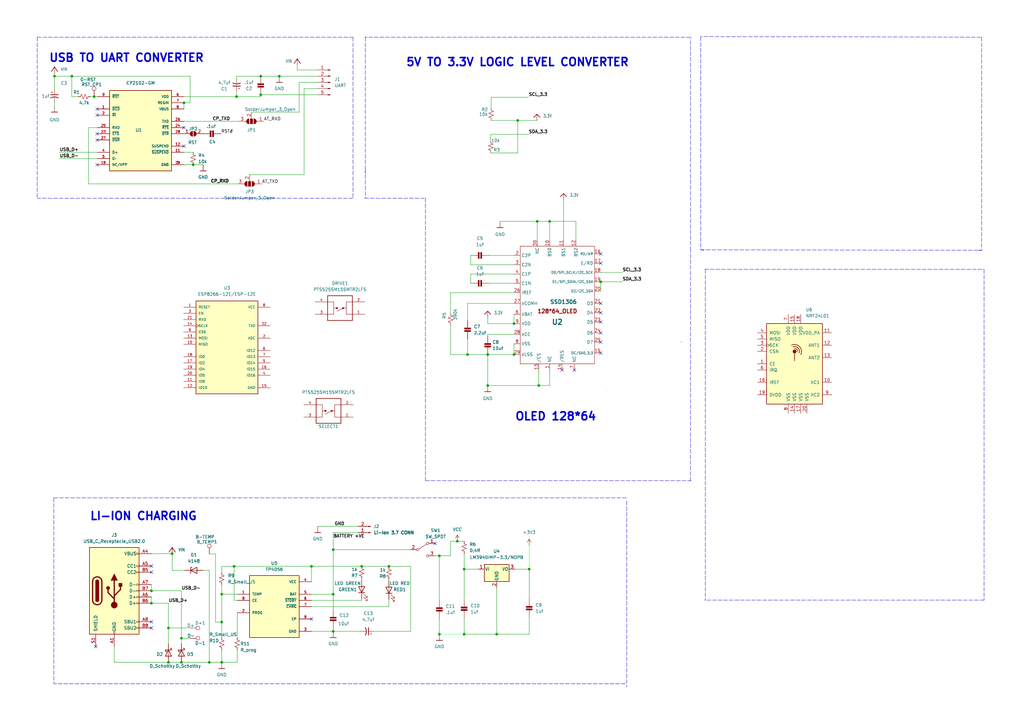
<source format=kicad_sch>
(kicad_sch (version 20211123) (generator eeschema)
  (paper "A3")
  (title_block (title "P-ECG") (date "2022-05-27") (rev "REV 2") (company "GROUP 5") (comment 1 "Designer: Arun jyothish"))
  (lib_symbols
    (symbol "Adafruit OLED 128x32 Mono I2C-eagle-import:3.3V" (power)
      (property "Value" "3.3V" (at -1.524 3.556 0))
      (symbol "3.3V_1_0"
        (pin power_in line (at 0 0 90) (length 2.54) (name "3.3V") (number "1"))
      )
    )
    (symbol "Adafruit OLED 128x32 Mono I2C-eagle-import:CAP_CERAMIC0402"
      (property "Reference" "C" (at 2.54 2.54 0))
      (property "Value" "CAP_CERAMIC0402" (at 2.54 0 0))
      (symbol "CAP_CERAMIC0402_1_0"
        (pin passive line (at 0 5.08 270) (length 2.54) (name "P$1") (number "1"))
        (pin passive line (at 0 -2.54 90) (length 2.54) (name "P$2") (number "2"))
      )
    )
    (symbol "Adafruit OLED 128x32 Mono I2C-eagle-import:CAP_CERAMIC0805-NOTHERMALS"
      (property "Reference" "C" (at 2.54 2.54 0))
      (property "Value" "CAP_CERAMIC0805-NOTHERMALS" (at 2.54 0 0))
      (symbol "CAP_CERAMIC0805-NOTHERMALS_1_0"
        (pin passive line (at 0 5.08 270) (length 2.54) (name "P$1") (number "1"))
        (pin passive line (at 0 -2.54 90) (length 2.54) (name "P$2") (number "2"))
      )
    )
    (symbol "Adafruit OLED 128x32 Mono I2C-eagle-import:GND" (power)
      (property "Value" "GND" (at -1.524 -2.54 0))
      (symbol "GND_1_0"
        (pin power_in line (at 0 2.54 270) (length 2.54) (name "GND") (number "1"))
      )
    )
    (symbol "Adafruit OLED 128x32 Mono I2C-eagle-import:VIN" (power)
      (property "Value" "VIN" (at -1.524 3.556 0))
      (symbol "VIN_1_0"
        (pin power_in line (at 0 0 90) (length 2.54) (name "VIN") (number "1"))
      )
    )
    (symbol "CP2102-GM:CP2102-GM" (pin_names (offset 1.016))
      (property "Reference" "U" (at -12.954 18.3642 0))
      (property "Value" "CP2102-GM" (at -13.1318 -17.3228 0))
      (symbol "CP2102-GM_0_0"
        (pin input line (at -17.78 10.16 0) (length 5.08) (name "~{DCD}") (number "1"))
        (pin output line (at 17.78 -7.62 180) (length 5.08) (name "~{SUSPEND}") (number "11"))
        (pin output line (at 17.78 -5.08 180) (length 5.08) (name "SUSPEND") (number "12"))
        (pin bidirectional line (at -17.78 -12.7 0) (length 5.08) (name "NC/VPP") (number "18"))
        (pin input line (at -17.78 7.62 0) (length 5.08) (name "~{RI}") (number "2"))
        (pin input line (at -17.78 0 0) (length 5.08) (name "~{CTS}") (number "23"))
        (pin output line (at 17.78 2.54 180) (length 5.08) (name "~{RTS}") (number "24"))
        (pin input line (at -17.78 2.54 0) (length 5.08) (name "RXD") (number "25"))
        (pin output line (at 17.78 5.08 180) (length 5.08) (name "TXD") (number "26"))
        (pin input line (at -17.78 -2.54 0) (length 5.08) (name "~{DSR}") (number "27"))
        (pin output line (at 17.78 0 180) (length 5.08) (name "~{DTR}") (number "28"))
        (pin power_in line (at 17.78 -12.7 180) (length 5.08) (name "GND") (number "29"))
        (pin power_in line (at 17.78 -12.7 180) (length 5.08) (name "GND") (number "3"))
        (pin bidirectional line (at -17.78 -7.62 0) (length 5.08) (name "D+") (number "4"))
        (pin bidirectional line (at -17.78 -10.16 0) (length 5.08) (name "D–") (number "5"))
        (pin power_in line (at 17.78 15.24 180) (length 5.08) (name "VDD") (number "6"))
        (pin power_in line (at 17.78 12.7 180) (length 5.08) (name "REGIN") (number "7"))
        (pin power_in line (at 17.78 10.16 180) (length 5.08) (name "VBUS") (number "8"))
        (pin bidirectional line (at -17.78 15.24 0) (length 5.08) (name "~{RST}") (number "9"))
      )
    )
    (symbol "Connector:Conn_01x02_Male" (pin_names (offset 1.016) hide)
      (property "Reference" "J" (at 0 2.54 0))
      (property "Value" "Conn_01x02_Male" (at 0 -5.08 0))
      (symbol "Conn_01x02_Male_1_1"
        (pin passive line (at 5.08 0 180) (length 3.81) (name "Pin_1") (number "1"))
        (pin passive line (at 5.08 -2.54 180) (length 3.81) (name "Pin_2") (number "2"))
      )
    )
    (symbol "Connector:Conn_01x05_Male" (pin_names (offset 1.016) hide)
      (property "Reference" "J" (at 0 7.62 0))
      (property "Value" "Conn_01x05_Male" (at 0 -7.62 0))
      (symbol "Conn_01x05_Male_1_1"
        (pin passive line (at 5.08 5.08 180) (length 3.81) (name "Pin_1") (number "1"))
        (pin passive line (at 5.08 2.54 180) (length 3.81) (name "Pin_2") (number "2"))
        (pin passive line (at 5.08 0 180) (length 3.81) (name "Pin_3") (number "3"))
        (pin passive line (at 5.08 -2.54 180) (length 3.81) (name "Pin_4") (number "4"))
        (pin passive line (at 5.08 -5.08 180) (length 3.81) (name "Pin_5") (number "5"))
      )
    )
    (symbol "Connector:TestPoint" (pin_numbers hide) (pin_names (offset 0.762) hide)
      (property "Reference" "TP" (at 0 6.858 0))
      (property "Value" "TestPoint" (at 0 5.08 0))
      (symbol "TestPoint_1_1"
        (pin passive line (at 0 0 90) (length 2.54) (name "1") (number "1"))
      )
    )
    (symbol "Connector:USB_C_Receptacle_USB2.0" (pin_names (offset 1.016))
      (property "Reference" "J" (at -10.16 19.05 0))
      (property "Value" "USB_C_Receptacle_USB2.0" (at 19.05 19.05 0))
      (symbol "USB_C_Receptacle_USB2.0_1_1"
        (pin passive line (at 0 -22.86 90) (length 5.08) (name "GND") (number "A1"))
        (pin passive line (at 0 -22.86 90) (length 5.08) hide (name "GND") (number "A12"))
        (pin passive line (at 15.24 15.24 180) (length 5.08) (name "VBUS") (number "A4"))
        (pin bidirectional line (at 15.24 10.16 180) (length 5.08) (name "CC1") (number "A5"))
        (pin bidirectional line (at 15.24 -2.54 180) (length 5.08) (name "D+") (number "A6"))
        (pin bidirectional line (at 15.24 2.54 180) (length 5.08) (name "D-") (number "A7"))
        (pin bidirectional line (at 15.24 -12.7 180) (length 5.08) (name "SBU1") (number "A8"))
        (pin passive line (at 15.24 15.24 180) (length 5.08) hide (name "VBUS") (number "A9"))
        (pin passive line (at 0 -22.86 90) (length 5.08) hide (name "GND") (number "B1"))
        (pin passive line (at 0 -22.86 90) (length 5.08) hide (name "GND") (number "B12"))
        (pin passive line (at 15.24 15.24 180) (length 5.08) hide (name "VBUS") (number "B4"))
        (pin bidirectional line (at 15.24 7.62 180) (length 5.08) (name "CC2") (number "B5"))
        (pin bidirectional line (at 15.24 -5.08 180) (length 5.08) (name "D+") (number "B6"))
        (pin bidirectional line (at 15.24 0 180) (length 5.08) (name "D-") (number "B7"))
        (pin bidirectional line (at 15.24 -15.24 180) (length 5.08) (name "SBU2") (number "B8"))
        (pin passive line (at 15.24 15.24 180) (length 5.08) hide (name "VBUS") (number "B9"))
        (pin passive line (at -7.62 -22.86 90) (length 5.08) (name "SHIELD") (number "S1"))
      )
    )
    (symbol "Device:C_Polarized_Small_US" (pin_numbers hide) (pin_names (offset 0.254) hide)
      (property "Reference" "C" (at 0.254 1.778 0))
      (property "Value" "C_Polarized_Small_US" (at 0.254 -2.032 0))
      (symbol "C_Polarized_Small_US_1_1"
        (pin passive line (at 0 2.54 270) (length 2.032) (name "~") (number "1"))
        (pin passive line (at 0 -2.54 90) (length 2.032) (name "~") (number "2"))
      )
    )
    (symbol "Device:D_Schottky" (pin_numbers hide) (pin_names (offset 1.016) hide)
      (property "Reference" "D" (at 0 2.54 0))
      (property "Value" "D_Schottky" (at 0 -2.54 0))
      (symbol "D_Schottky_1_1"
        (pin passive line (at -3.81 0 0) (length 2.54) (name "K") (number "1"))
        (pin passive line (at 3.81 0 180) (length 2.54) (name "A") (number "2"))
      )
    )
    (symbol "Device:D_Zener" (pin_numbers hide) (pin_names (offset 1.016) hide)
      (property "Reference" "D" (at 0 2.54 0))
      (property "Value" "D_Zener" (at 0 -2.54 0))
      (symbol "D_Zener_1_1"
        (pin passive line (at -3.81 0 0) (length 2.54) (name "K") (number "1"))
        (pin passive line (at 3.81 0 180) (length 2.54) (name "A") (number "2"))
      )
    )
    (symbol "Device:LED" (pin_numbers hide) (pin_names (offset 1.016) hide)
      (property "Reference" "D" (at 0 2.54 0))
      (property "Value" "LED" (at 0 -2.54 0))
      (symbol "LED_1_1"
        (pin passive line (at -3.81 0 0) (length 2.54) (name "K") (number "1"))
        (pin passive line (at 3.81 0 180) (length 2.54) (name "A") (number "2"))
      )
    )
    (symbol "Device:R_Small_US" (pin_numbers hide) (pin_names (offset 0.254) hide)
      (property "Reference" "R" (at 0.762 0.508 0))
      (property "Value" "R_Small_US" (at 0.762 -1.016 0))
      (symbol "R_Small_US_1_1"
        (pin passive line (at 0 2.54 270) (length 1.016) (name "~") (number "1"))
        (pin passive line (at 0 -2.54 90) (length 1.016) (name "~") (number "2"))
      )
    )
    (symbol "ESP8266 SYM:ESP8266-12E{slash}ESP-12E" (pin_names (offset 1.016))
      (property "Reference" "U" (at -12.7254 18.3134 0))
      (property "Value" "ESP8266-12E{slash}ESP-12E" (at -12.7 -23.3934 0))
      (symbol "ESP8266-12E{slash}ESP-12E_0_0"
        (pin input line (at -17.78 15.24 0) (length 5.08) (name "RESET") (number "1"))
        (pin bidirectional line (at -17.78 0 0) (length 5.08) (name "MISO") (number "10"))
        (pin bidirectional line (at -17.78 -15.24 0) (length 5.08) (name "IO9") (number "11"))
        (pin bidirectional line (at -17.78 -17.78 0) (length 5.08) (name "IO10") (number "12"))
        (pin bidirectional line (at -17.78 2.54 0) (length 5.08) (name "MOSI") (number "13"))
        (pin input clock (at -17.78 7.62 0) (length 5.08) (name "SCLK") (number "14"))
        (pin power_in line (at 17.78 -17.78 180) (length 5.08) (name "GND") (number "15"))
        (pin bidirectional line (at 17.78 -10.16 180) (length 5.08) (name "IO15") (number "16"))
        (pin bidirectional line (at -17.78 -7.62 0) (length 5.08) (name "IO2") (number "17"))
        (pin bidirectional line (at -17.78 -5.08 0) (length 5.08) (name "IO0") (number "18"))
        (pin bidirectional line (at -17.78 -10.16 0) (length 5.08) (name "IO4") (number "19"))
        (pin passive line (at 17.78 2.54 180) (length 5.08) (name "ADC") (number "2"))
        (pin bidirectional line (at -17.78 -12.7 0) (length 5.08) (name "IO5") (number "20"))
        (pin input line (at -17.78 10.16 0) (length 5.08) (name "RXD") (number "21"))
        (pin output line (at 17.78 7.62 180) (length 5.08) (name "TXD") (number "22"))
        (pin input line (at -17.78 12.7 0) (length 5.08) (name "EN") (number "3"))
        (pin bidirectional line (at 17.78 -12.7 180) (length 5.08) (name "IO16") (number "4"))
        (pin bidirectional line (at 17.78 -7.62 180) (length 5.08) (name "IO14") (number "5"))
        (pin bidirectional line (at 17.78 -2.54 180) (length 5.08) (name "IO12") (number "6"))
        (pin bidirectional line (at 17.78 -5.08 180) (length 5.08) (name "IO13") (number "7"))
        (pin power_in line (at 17.78 15.24 180) (length 5.08) (name "VCC") (number "8"))
        (pin input line (at -17.78 5.08 0) (length 5.08) (name "CS0") (number "9"))
      )
    )
    (symbol "Jumper:SolderJumper_2_Open" (pin_names (offset 0) hide)
      (property "Reference" "JP" (at 0 2.032 0))
      (property "Value" "SolderJumper_2_Open" (at 0 -2.54 0))
      (symbol "SolderJumper_2_Open_1_1"
        (pin passive line (at -3.81 0 0) (length 2.54) (name "A") (number "1"))
        (pin passive line (at 3.81 0 180) (length 2.54) (name "B") (number "2"))
      )
    )
    (symbol "Jumper:SolderJumper_3_Open" (pin_names (offset 0) hide)
      (property "Reference" "JP" (at -2.54 -2.54 0))
      (property "Value" "SolderJumper_3_Open" (at 0 2.794 0))
      (symbol "SolderJumper_3_Open_1_1"
        (pin passive line (at -5.08 0 0) (length 2.54) (name "A") (number "1"))
        (pin passive line (at 0 -3.81 90) (length 2.54) (name "C") (number "2"))
        (pin passive line (at 5.08 0 180) (length 2.54) (name "B") (number "3"))
      )
    )
    (symbol "RF:NRF24L01" (pin_names (offset 1.016))
      (property "Reference" "U" (at -11.43 17.78 0))
      (property "Value" "NRF24L01" (at 5.08 17.78 0))
      (symbol "NRF24L01_1_1"
        (pin input line (at -15.24 0 0) (length 3.81) (name "CE") (number "1"))
        (pin passive line (at 15.24 -7.62 180) (length 3.81) (name "XC1") (number "10"))
        (pin power_out line (at 15.24 12.7 180) (length 3.81) (name "VDD_PA") (number "11"))
        (pin passive line (at 15.24 7.62 180) (length 3.81) (name "ANT1") (number "12"))
        (pin passive line (at 15.24 2.54 180) (length 3.81) (name "ANT2") (number "13"))
        (pin power_in line (at 0 -20.32 90) (length 3.81) (name "VSS") (number "14"))
        (pin power_in line (at 0 20.32 270) (length 3.81) (name "VDD") (number "15"))
        (pin passive line (at -15.24 -7.62 0) (length 3.81) (name "IREF") (number "16"))
        (pin power_in line (at 2.54 -20.32 90) (length 3.81) (name "VSS") (number "17"))
        (pin power_in line (at 2.54 20.32 270) (length 3.81) (name "VDD") (number "18"))
        (pin power_out line (at -15.24 -12.7 0) (length 3.81) (name "DVDD") (number "19"))
        (pin input line (at -15.24 5.08 0) (length 3.81) (name "CSN") (number "2"))
        (pin power_in line (at 5.08 -20.32 90) (length 3.81) (name "VSS") (number "20"))
        (pin input clock (at -15.24 7.62 0) (length 3.81) (name "SCK") (number "3"))
        (pin input line (at -15.24 12.7 0) (length 3.81) (name "MOSI") (number "4"))
        (pin output line (at -15.24 10.16 0) (length 3.81) (name "MISO") (number "5"))
        (pin output line (at -15.24 -2.54 0) (length 3.81) (name "IRQ") (number "6"))
        (pin power_in line (at -2.54 20.32 270) (length 3.81) (name "VDD") (number "7"))
        (pin power_in line (at -2.54 -20.32 90) (length 3.81) (name "VSS") (number "8"))
        (pin passive line (at 15.24 -12.7 180) (length 3.81) (name "XC2") (number "9"))
      )
    )
    (symbol "Regulator_Linear:TC1262-33" (pin_names (offset 0.254))
      (property "Reference" "U" (at -3.81 3.175 0))
      (property "Value" "TC1262-33" (at 0 3.175 0))
      (symbol "TC1262-33_1_1"
        (pin power_in line (at -7.62 0 0) (length 2.54) (name "VI") (number "1"))
        (pin power_in line (at 0 -7.62 90) (length 2.54) (name "GND") (number "2"))
        (pin power_out line (at 7.62 0 180) (length 2.54) (name "VO") (number "3"))
      )
    )
    (symbol "Switch:SW_SPDT" (pin_names (offset 0) hide)
      (property "Reference" "SW" (at 0 4.318 0))
      (property "Value" "SW_SPDT" (at 0 -5.08 0))
      (symbol "SW_SPDT_1_1"
        (pin passive line (at 5.08 2.54 180) (length 2.54) (name "A") (number "1"))
        (pin passive line (at -5.08 0 0) (length 2.54) (name "B") (number "2"))
        (pin passive line (at 5.08 -2.54 180) (length 2.54) (name "C") (number "3"))
      )
    )
    (symbol "TP4056:TP4056" (pin_names (offset 1.016))
      (property "Reference" "U" (at -10.16 13.208 0))
      (property "Value" "TP4056" (at -10.16 -15.24 0))
      (symbol "TP4056_0_0"
        (pin input line (at -15.24 5.08 0) (length 5.08) (name "TEMP") (number "1"))
        (pin bidirectional line (at -15.24 -2.54 0) (length 5.08) (name "PROG") (number "2"))
        (pin power_in line (at 15.24 -10.16 180) (length 5.08) (name "GND") (number "3"))
        (pin power_in line (at 15.24 10.16 180) (length 5.08) (name "VCC") (number "4"))
        (pin output line (at 15.24 5.08 180) (length 5.08) (name "BAT") (number "5"))
        (pin output line (at 15.24 2.54 180) (length 5.08) (name "~{STDBY}") (number "6"))
        (pin output line (at 15.24 0 180) (length 5.08) (name "~{CHRG}") (number "7"))
        (pin input line (at -15.24 2.54 0) (length 5.08) (name "CE") (number "8"))
        (pin passive line (at 15.24 -5.08 180) (length 5.08) (name "EP") (number "9"))
      )
    )
    (symbol "power:+3.3V" (power) (pin_names (offset 0))
      (property "Value" "+3.3V" (at 0 3.556 0))
      (symbol "+3.3V_1_1"
        (pin power_in line (at 0 0 90) (length 0) hide (name "+3V3") (number "1"))
      )
    )
    (symbol "power:VCC" (power) (pin_names (offset 0))
      (property "Value" "VCC" (at 0 3.81 0))
      (symbol "VCC_1_1"
        (pin power_in line (at 0 0 90) (length 0) hide (name "VCC") (number "1"))
      )
    )
    (symbol "tactile switch:PTS525SM15SMTR2LFS" (pin_names (offset 1.016) hide)
      (property "Reference" "S" (at -5.08 5.588 0))
      (property "Value" "PTS525SM15SMTR2LFS" (at -5.08 -7.366 0))
      (symbol "PTS525SM15SMTR2LFS_0_0"
        (pin passive line (at -10.16 2.54 0) (length 5.08) (name "~") (number "1"))
        (pin passive line (at -10.16 -2.54 0) (length 5.08) (name "~") (number "2"))
        (pin passive line (at 10.16 2.54 180) (length 5.08) (name "~") (number "3"))
        (pin passive line (at 10.16 -2.54 180) (length 5.08) (name "~") (number "4"))
      )
    )
    (symbol "user_symbol:SSD1306"
      (property "Reference" "U" (at -15.24 -15.24 0))
      (property "Value" "SSD1306" (at -15.24 -5.08 0))
      (symbol "SSD1306_0_0"
        (text "128*64_OLED" (at -13.97 -8.89 0) (effects (font (size 1.6 1.6) bold)))
      )
      (symbol "SSD1306_1_1"
        (pin input line (at -17.145 -33.02 90) (length 2.54) (name "NC") (number "1"))
        (pin input line (at -17.145 20.32 270) (length 2.54) (name "BS0") (number "10"))
        (pin input line (at -11.43 20.32 270) (length 2.54) (name "BS1") (number "11"))
        (pin input line (at -6.35 20.32 270) (length 2.54) (name "BS2") (number "12"))
        (pin input line (at -21.59 -33.02 90) (length 2.54) (name "/CS") (number "13"))
        (pin input line (at -12.065 -33.02 90) (length 2.54) (name "/RES") (number "14"))
        (pin input line (at 3.81 -26.035 180) (length 2.54) (name "DC/SA0_3.3") (number "15"))
        (pin input line (at 3.81 14.605 180) (length 2.54) (name "RD/WR") (number "16"))
        (pin input line (at 3.81 10.795 180) (length 2.54) (name "E/RD") (number "17"))
        (pin input line (at 3.81 6.985 180) (length 2.54) (name "D0/SPI_SCLK/I2C_SCK") (number "18"))
        (pin input line (at 3.81 3.175 180) (length 2.54) (name "D1/SPI_SDIN/I2C_SDA") (number "19"))
        (pin input line (at -31.75 13.97 0) (length 2.54) (name "C2P") (number "2"))
        (pin input line (at 3.81 -0.635 180) (length 2.54) (name "D2/I2C_SDA") (number "20"))
        (pin input line (at 3.81 -5.715 180) (length 2.54) (name "D3") (number "21"))
        (pin input line (at 3.81 -9.525 180) (length 2.54) (name "D4") (number "22"))
        (pin input line (at 3.81 -13.335 180) (length 2.54) (name "D5") (number "23"))
        (pin input line (at 3.81 -17.78 180) (length 2.54) (name "D6") (number "24"))
        (pin input line (at 3.81 -21.59 180) (length 2.54) (name "D7") (number "25"))
        (pin input line (at -31.75 -1.27 0) (length 2.54) (name "IREF") (number "26"))
        (pin input line (at -31.75 -5.715 0) (length 2.54) (name "VCOMH") (number "27"))
        (pin input line (at -31.75 -18.415 0) (length 2.54) (name "VCC") (number "28"))
        (pin input line (at -31.75 -26.67 0) (length 2.54) (name "VLSS") (number "29"))
        (pin input line (at -31.75 10.16 0) (length 2.54) (name "C2N") (number "3"))
        (pin input line (at -22.225 20.32 270) (length 2.54) (name "NC") (number "30"))
        (pin input line (at -31.75 6.35 0) (length 2.54) (name "C1P") (number "4"))
        (pin input line (at -31.75 2.54 0) (length 2.54) (name "C1N") (number "5"))
        (pin input line (at -31.75 -10.16 0) (length 2.54) (name "VBAT") (number "6"))
        (pin input line (at -6.985 -33.02 90) (length 2.54) (name "NC") (number "7"))
        (pin input line (at -31.75 -22.225 0) (length 2.54) (name "VSS") (number "8"))
        (pin input line (at -31.75 -13.97 0) (length 2.54) (name "VDD") (number "9"))
      )
    )
  )
  (junction (at 70.612 227.076))
  (junction (at 74.422 271.653))
  (junction (at 180.213 260.096))
  (junction (at 148.336 232.283))
  (junction (at 203.708 260.096))
  (junction (at 62.103 247.396))
  (junction (at 90.932 255.143))
  (junction (at 187.579 221.996))
  (junction (at 180.213 227.965))
  (junction (at 97.028 39.624))
  (junction (at 217.043 233.426))
  (junction (at 79.248 67.564))
  (junction (at 127.762 232.283))
  (junction (at 190.373 233.426))
  (junction (at 200.025 158.115))
  (junction (at 75.438 42.164))
  (junction (at 22.352 31.242))
  (junction (at 38.608 39.624))
  (junction (at 159.512 232.283))
  (junction (at 246.38 115.57))
  (junction (at 220.345 90.805))
  (junction (at 62.103 242.316))
  (junction (at 106.934 38.862))
  (junction (at 210.82 132.715))
  (junction (at 114.554 31.242))
  (junction (at 225.425 90.805))
  (junction (at 96.012 232.283))
  (junction (at 69.088 257.556))
  (junction (at 29.464 31.242))
  (junction (at 190.373 260.096))
  (junction (at 136.652 258.953))
  (junction (at 90.932 243.713))
  (junction (at 74.422 261.747))
  (junction (at 106.934 31.242))
  (junction (at 136.652 225.425))
  (junction (at 136.652 243.713))
  (junction (at 69.088 271.653))
  (junction (at 212.344 49.403))
  (junction (at 200.025 145.415))
  (junction (at 191.77 145.415))
  (junction (at 220.98 158.115))
  (junction (at 210.82 145.415))
  (junction (at 90.932 271.653))
  (junction (at 85.852 271.653))
  (no_connect (at 178.435 222.885))
  (no_connect (at 230.505 151.765))
  (no_connect (at 75.438 52.324))
  (no_connect (at 75.438 59.944))
  (no_connect (at 39.878 57.404))
  (no_connect (at 39.878 54.864))
  (no_connect (at 39.878 47.244))
  (no_connect (at 39.878 44.704))
  (no_connect (at 39.878 67.564))
  (no_connect (at 39.243 265.176))
  (no_connect (at 62.103 255.016))
  (no_connect (at 62.103 257.556))
  (no_connect (at 62.103 232.156))
  (no_connect (at 62.103 234.696))
  (no_connect (at 246.38 124.46))
  (no_connect (at 246.38 144.78))
  (no_connect (at 246.38 136.525))
  (no_connect (at 246.38 128.27))
  (no_connect (at 246.38 132.08))
  (no_connect (at 246.38 140.335))
  (no_connect (at 235.585 151.765))
  (no_connect (at 127.762 253.873))
  (no_connect (at 246.38 104.14))
  (no_connect (at 246.38 107.95))
  (wire (pts (xy 97.028 31.242) (xy 97.028 32.258)))
  (wire (pts (xy 180.213 253.746) (xy 180.213 260.096)))
  (wire (pts (xy 97.282 251.333) (xy 97.282 261.493)))
  (polyline (pts (xy 289.306 110.49) (xy 289.306 246.126)))
  (wire (pts (xy 210.82 120.015) (xy 184.785 120.015)))
  (wire (pts (xy 191.77 124.46) (xy 191.77 131.445)))
  (wire (pts (xy 200.66 116.205) (xy 210.82 116.205)))
  (wire (pts (xy 114.554 31.242) (xy 130.302 31.242)))
  (wire (pts (xy 90.932 243.713) (xy 97.282 243.713)))
  (wire (pts (xy 246.38 115.57) (xy 246.38 119.38)))
  (wire (pts (xy 203.708 260.096) (xy 217.043 260.096)))
  (wire (pts (xy 225.425 151.765) (xy 225.425 158.115)))
  (polyline (pts (xy 287.401 102.489) (xy 402.336 102.616)))
  (wire (pts (xy 159.512 232.537) (xy 159.512 232.283)))
  (wire (pts (xy 75.438 49.784) (xy 98.044 49.784)))
  (wire (pts (xy 190.373 233.426) (xy 190.373 245.872)))
  (wire (pts (xy 74.422 242.316) (xy 74.422 261.747)))
  (wire (pts (xy 69.088 257.556) (xy 77.851 257.556)))
  (wire (pts (xy 36.322 52.324) (xy 36.322 75.438)))
  (wire (pts (xy 36.322 75.438) (xy 97.282 75.438)))
  (wire (pts (xy 210.82 112.395) (xy 193.04 112.395)))
  (wire (pts (xy 32.004 39.624) (xy 29.464 39.624)))
  (wire (pts (xy 193.04 112.395) (xy 193.04 116.205)))
  (polyline (pts (xy 22.098 204.216) (xy 22.098 280.416)))
  (wire (pts (xy 70.612 233.934) (xy 70.612 227.076)))
  (wire (pts (xy 210.82 132.715) (xy 200.025 132.715)))
  (wire (pts (xy 220.218 49.403) (xy 212.344 49.403)))
  (wire (pts (xy 130.302 215.9) (xy 146.812 215.9)))
  (wire (pts (xy 136.652 258.953) (xy 148.082 258.953)))
  (wire (pts (xy 90.932 234.823) (xy 90.932 232.283)))
  (wire (pts (xy 75.438 42.164) (xy 75.438 44.704)))
  (wire (pts (xy 201.295 57.658) (xy 201.295 55.118)))
  (wire (pts (xy 159.512 237.617) (xy 159.512 238.252)))
  (wire (pts (xy 106.934 39.624) (xy 106.934 38.862)))
  (wire (pts (xy 90.932 239.903) (xy 90.932 243.713)))
  (polyline (pts (xy 256.413 280.416) (xy 22.098 280.416)))
  (wire (pts (xy 200.025 137.16) (xy 210.82 137.16)))
  (wire (pts (xy 124.714 36.322) (xy 124.714 71.628)))
  (wire (pts (xy 130.302 28.702) (xy 121.92 28.702)))
  (wire (pts (xy 75.438 67.564) (xy 79.248 67.564)))
  (wire (pts (xy 148.336 237.998) (xy 148.336 237.363)))
  (wire (pts (xy 97.028 31.242) (xy 106.934 31.242)))
  (wire (pts (xy 191.77 145.415) (xy 200.025 145.415)))
  (wire (pts (xy 62.103 244.856) (xy 62.103 247.396)))
  (wire (pts (xy 220.98 151.765) (xy 220.98 158.115)))
  (wire (pts (xy 75.438 39.624) (xy 97.028 39.624)))
  (wire (pts (xy 136.652 218.44) (xy 136.652 225.425)))
  (wire (pts (xy 62.103 239.776) (xy 62.103 242.316)))
  (wire (pts (xy 90.932 255.143) (xy 90.932 261.493)))
  (wire (pts (xy 168.402 232.283) (xy 159.512 232.283)))
  (wire (pts (xy 90.932 266.573) (xy 90.932 271.653)))
  (wire (pts (xy 220.345 90.805) (xy 205.105 90.805)))
  (wire (pts (xy 246.38 111.76) (xy 255.27 111.76)))
  (polyline (pts (xy 144.78 15.24) (xy 144.78 81.28)))
  (wire (pts (xy 200.66 104.775) (xy 210.82 104.775)))
  (wire (pts (xy 88.392 227.203) (xy 88.392 255.143)))
  (wire (pts (xy 148.336 232.283) (xy 159.512 232.283)))
  (wire (pts (xy 153.162 258.953) (xy 168.402 258.953)))
  (wire (pts (xy 200.025 137.16) (xy 200.025 137.795)))
  (polyline (pts (xy 149.733 15.24) (xy 149.733 15.367)))
  (wire (pts (xy 39.878 52.324) (xy 36.322 52.324)))
  (wire (pts (xy 220.98 158.115) (xy 200.025 158.115)))
  (polyline (pts (xy 289.052 110.49) (xy 403.606 110.49)))
  (wire (pts (xy 24.384 62.484) (xy 39.878 62.484)))
  (polyline (pts (xy 288.417 102.489) (xy 288.417 102.743)))
  (wire (pts (xy 201.295 55.118) (xy 216.789 55.118)))
  (wire (pts (xy 96.012 232.283) (xy 127.762 232.283)))
  (wire (pts (xy 180.213 227.965) (xy 180.213 246.126)))
  (wire (pts (xy 190.373 260.096) (xy 190.373 253.492)))
  (wire (pts (xy 236.22 98.425) (xy 236.22 90.805)))
  (wire (pts (xy 96.012 246.253) (xy 96.012 232.283)))
  (wire (pts (xy 210.82 124.46) (xy 191.77 124.46)))
  (wire (pts (xy 62.103 247.396) (xy 69.088 247.396)))
  (wire (pts (xy 200.025 132.715) (xy 200.025 130.175)))
  (wire (pts (xy 90.932 243.713) (xy 90.932 255.143)))
  (wire (pts (xy 184.785 221.996) (xy 187.579 221.996)))
  (wire (pts (xy 184.785 133.35) (xy 184.785 145.415)))
  (wire (pts (xy 83.312 233.934) (xy 85.852 233.934)))
  (wire (pts (xy 180.213 260.096) (xy 190.373 260.096)) (stroke (width 0) (color 72 255 115 1)))
  (wire (pts (xy 148.336 246.253) (xy 148.336 245.618)))
  (wire (pts (xy 97.028 39.624) (xy 106.934 39.624)))
  (polyline (pts (xy 149.86 15.24) (xy 149.86 71.12)))
  (polyline (pts (xy 283.21 197.358) (xy 283.21 102.87)))
  (wire (pts (xy 180.213 227.965) (xy 184.785 227.965)))
  (wire (pts (xy 106.934 38.862) (xy 130.302 38.862)))
  (wire (pts (xy 88.392 255.143) (xy 90.932 255.143)))
  (wire (pts (xy 231.14 81.915) (xy 231.14 98.425)))
  (polyline (pts (xy 403.606 246.126) (xy 289.052 246.126)))
  (wire (pts (xy 236.22 90.805) (xy 225.425 90.805)))
  (wire (pts (xy 62.103 242.316) (xy 74.422 242.316)))
  (wire (pts (xy 62.103 227.076) (xy 70.612 227.076)))
  (wire (pts (xy 90.932 232.283) (xy 96.012 232.283)))
  (wire (pts (xy 22.352 31.242) (xy 22.352 36.83)))
  (polyline (pts (xy 149.86 69.342) (xy 149.86 81.28)))
  (wire (pts (xy 102.362 71.628) (xy 124.714 71.628)))
  (wire (pts (xy 122.682 33.782) (xy 122.682 45.974)))
  (polyline (pts (xy 257.048 205.486) (xy 257.048 281.686)))
  (wire (pts (xy 103.124 45.974) (xy 122.682 45.974)))
  (wire (pts (xy 74.422 271.653) (xy 85.852 271.653)))
  (wire (pts (xy 203.708 241.046) (xy 203.708 260.096)))
  (polyline (pts (xy 287.401 15.113) (xy 287.401 102.489)))
  (polyline (pts (xy 403.606 110.49) (xy 403.606 246.126)))
  (wire (pts (xy 136.652 243.713) (xy 136.652 250.063)))
  (wire (pts (xy 168.402 258.953) (xy 168.402 232.283)))
  (polyline (pts (xy 174.498 197.104) (xy 283.464 197.104)))
  (wire (pts (xy 24.384 65.024) (xy 39.878 65.024)))
  (wire (pts (xy 121.92 26.67) (xy 121.92 28.702)))
  (wire (pts (xy 22.352 29.972) (xy 22.352 31.242)))
  (wire (pts (xy 90.932 271.653) (xy 97.282 271.653)))
  (wire (pts (xy 79.248 67.564) (xy 83.312 67.564)))
  (wire (pts (xy 29.464 39.624) (xy 29.464 31.242)))
  (wire (pts (xy 193.04 108.585) (xy 193.04 104.775)))
  (wire (pts (xy 136.652 225.425) (xy 168.275 225.425)))
  (wire (pts (xy 225.425 90.805) (xy 220.345 90.805)))
  (wire (pts (xy 37.084 39.624) (xy 38.608 39.624)))
  (polyline (pts (xy 15.24 15.24) (xy 15.24 81.28)))
  (wire (pts (xy 220.345 98.425) (xy 220.345 90.805)))
  (wire (pts (xy 190.373 260.096) (xy 203.708 260.096)))
  (wire (pts (xy 187.579 221.996) (xy 190.373 221.996)))
  (wire (pts (xy 210.82 108.585) (xy 193.04 108.585)))
  (wire (pts (xy 184.785 145.415) (xy 191.77 145.415)))
  (wire (pts (xy 97.028 37.338) (xy 97.028 39.624)))
  (wire (pts (xy 74.422 261.747) (xy 74.422 264.033)))
  (wire (pts (xy 46.863 271.653) (xy 69.088 271.653)))
  (polyline (pts (xy 402.59 15.24) (xy 402.59 102.743)))
  (wire (pts (xy 46.863 265.176) (xy 46.863 271.653)))
  (polyline (pts (xy 283.21 15.24) (xy 149.733 15.24)))
  (wire (pts (xy 127.762 248.793) (xy 159.512 248.793)))
  (wire (pts (xy 70.612 233.934) (xy 75.692 233.934)))
  (wire (pts (xy 225.425 158.115) (xy 220.98 158.115)))
  (wire (pts (xy 136.652 257.683) (xy 136.652 258.953)))
  (wire (pts (xy 217.043 253.238) (xy 217.043 260.096)))
  (polyline (pts (xy 402.336 15.24) (xy 287.401 14.986)))
  (wire (pts (xy 69.088 247.396) (xy 69.088 257.556)))
  (wire (pts (xy 201.422 39.878) (xy 216.789 39.878)))
  (wire (pts (xy 69.088 271.653) (xy 74.422 271.653)))
  (wire (pts (xy 217.043 223.647) (xy 217.043 233.426)) (stroke (width 0) (color 37 255 54 1)))
  (wire (pts (xy 85.852 271.653) (xy 90.932 271.653)))
  (polyline (pts (xy 283.21 102.87) (xy 283.21 15.494)))
  (wire (pts (xy 217.043 233.426) (xy 217.043 245.618)))
  (polyline (pts (xy 144.78 81.28) (xy 15.24 81.28)))
  (wire (pts (xy 77.978 42.164) (xy 77.978 31.242)))
  (wire (pts (xy 136.652 225.425) (xy 136.652 243.713)))
  (wire (pts (xy 210.82 140.97) (xy 210.82 145.415)))
  (wire (pts (xy 127.762 243.713) (xy 136.652 243.713)))
  (polyline (pts (xy 288.417 102.743) (xy 288.29 102.743)))
  (wire (pts (xy 130.302 36.322) (xy 124.714 36.322)))
  (wire (pts (xy 69.088 257.556) (xy 69.088 264.033)))
  (wire (pts (xy 97.282 246.253) (xy 96.012 246.253)))
  (wire (pts (xy 211.328 233.426) (xy 217.043 233.426)))
  (wire (pts (xy 246.38 115.57) (xy 255.27 115.57)))
  (wire (pts (xy 201.422 39.878) (xy 201.422 44.323)))
  (wire (pts (xy 29.464 31.242) (xy 77.978 31.242)))
  (wire (pts (xy 210.82 128.905) (xy 210.82 132.715)))
  (wire (pts (xy 159.512 248.793) (xy 159.512 245.872)))
  (wire (pts (xy 85.852 233.934) (xy 85.852 271.653)))
  (wire (pts (xy 190.373 227.076) (xy 190.373 233.426)))
  (wire (pts (xy 127.762 232.283) (xy 148.336 232.283)))
  (polyline (pts (xy 15.24 15.24) (xy 144.78 15.24)))
  (wire (pts (xy 22.352 31.242) (xy 29.464 31.242)))
  (wire (pts (xy 127.762 246.253) (xy 148.336 246.253)))
  (wire (pts (xy 74.422 261.747) (xy 77.851 261.747)))
  (polyline (pts (xy 149.606 81.28) (xy 174.498 81.28)))
  (wire (pts (xy 22.352 41.91) (xy 22.352 43.434)))
  (wire (pts (xy 225.425 98.425) (xy 225.425 90.805)))
  (wire (pts (xy 122.682 33.782) (xy 130.302 33.782)))
  (wire (pts (xy 75.438 62.484) (xy 79.248 62.484)))
  (wire (pts (xy 201.422 49.403) (xy 212.344 49.403)))
  (polyline (pts (xy 174.498 81.28) (xy 174.498 197.104)))
  (wire (pts (xy 201.295 62.738) (xy 212.344 62.738)))
  (polyline (pts (xy 401.447 102.743) (xy 401.447 102.616)))
  (wire (pts (xy 190.373 233.426) (xy 196.088 233.426)))
  (wire (pts (xy 200.025 145.415) (xy 210.82 145.415)))
  (wire (pts (xy 85.852 227.203) (xy 88.392 227.203)))
  (polyline (pts (xy 402.59 102.743) (xy 401.447 102.743)))
  (wire (pts (xy 127.762 232.283) (xy 127.762 238.633)))
  (wire (pts (xy 212.344 49.403) (xy 212.344 62.738)))
  (polyline (pts (xy 287.401 102.489) (xy 288.417 102.489)))
  (wire (pts (xy 184.785 227.965) (xy 184.785 221.996)))
  (wire (pts (xy 191.77 139.065) (xy 191.77 145.415)))
  (wire (pts (xy 146.812 218.44) (xy 136.652 218.44)))
  (wire (pts (xy 184.785 120.015) (xy 184.785 128.27)))
  (wire (pts (xy 38.608 39.624) (xy 39.878 39.624)))
  (wire (pts (xy 200.025 158.115) (xy 200.025 145.415)))
  (wire (pts (xy 97.282 266.573) (xy 97.282 271.653)))
  (wire (pts (xy 178.435 227.965) (xy 180.213 227.965)))
  (wire (pts (xy 127.762 258.953) (xy 136.652 258.953)))
  (polyline (pts (xy 22.098 204.216) (xy 257.048 204.216)))
  (wire (pts (xy 75.438 42.164) (xy 77.978 42.164)))
  (wire (pts (xy 106.934 31.242) (xy 114.554 31.242)))
  (text "USB TO UART CONVERTER\n" (at 19.939 25.781 0) (effects (font (size 3.27 3.27) (thickness 0.654) bold) (justify left bottom)))
  (text "OLED 128*64" (at 211.074 172.847 0) (effects (font (size 3.27 3.27) bold) (justify left bottom)))
  (text "LI-ION CHARGING " (at 36.703 213.741 0) (effects (font (size 3.27 3.27) (thickness 0.654) bold) (justify left bottom)))
  (text "5V TO 3.3V LOGIC LEVEL CONVERTER\n" (at 166.37 27.559 0) (effects (font (size 3.27 3.27) (thickness 0.654) bold) (justify left bottom)))
  (label "SCL_3.3" (at 216.789 39.878 0) (effects (font (thickness 0.254) bold)))
  (label "USB_D-" (at 74.422 242.316 0) (effects (font bold)))
  (label "AT_RXD" (at 108.204 49.784 0))
  (label "RST#" (at 90.678 54.864 0))
  (label "SDA_3.3" (at 216.789 55.118 0) (effects (font bold)))
  (label "USB_D+" (at 69.088 247.396 0) (effects (font bold)))
  (label "CP_TXD" (at 87.122 49.784 0) (effects (font bold)))
  (label "GND" (at 137.16 215.9 0) (effects (font (thickness 0.254) bold)))
  (label "SDA_3.3" (at 255.27 115.57 0) (effects (font bold)))
  (label "USB_D-" (at 24.384 65.024 0) (effects (font bold)))
  (label "BATTERY +VE" (at 136.652 220.98 0) (effects (font (thickness 0.254) bold)))
  (label "CP_RXD" (at 86.36 75.438 0) (effects (font (size 1.26 1.26) (thickness 65.4) bold)))
  (label "AT_TXD" (at 107.442 75.438 0))
  (label "USB_D+" (at 24.384 62.484 0) (effects (font bold)))
  (label "SCL_3.3" (at 255.27 111.76 0) (effects (font (thickness 0.254) bold)))
  (symbol (lib_id "Device:R_Small_US") (at 159.512 235.077 180) (unit 1)
    (property "Reference" "R8" (at 156.972 236.347 0))
    (property "Value" "1k" (at 156.972 233.807 0))
    (property "Footprint" "Resistor_SMD:R_0603_1608Metric" (effects hide))
    (property "JLC PCB PART NUMBER" "C2913953" (effects hide))
    (property "LCSC Part #" "C2913953" (effects hide))
    (property "LCSC" "C2913953" (effects hide))
  )
  (symbol (lib_id "Connector:TestPoint") (at 77.851 257.556 270) (unit 1)
    (property "Reference" "D+1" (at 80.01 255.524 90) (effects (justify left)))
    (property "Value" "D+" (at 76.708 256.54 90) (effects (justify left)))
    (property "Footprint" "TestPoint:TestPoint_Pad_D1.0mm" (effects hide))
  )
  (symbol (lib_id "Adafruit OLED 128x32 Mono I2C-eagle-import:CAP_CERAMIC0805-NOTHERMALS") (at 88.138 54.864 90) (unit 1)
    (property "Reference" "C4" (at 87.122 58.166 90))
    (property "Value" ".1uf" (at 86.614 51.816 90))
    (property "Footprint" "Capacitor_SMD:C_0603_1608Metric" (effects hide))
    (property "JLC PCB PART NUMBER" "C2237744" (effects hide))
    (property "LCSC Part #" "C2237744" (effects hide))
    (property "LCSC" "C2237744" (effects hide))
  )
  (symbol (lib_id "Connector:USB_C_Receptacle_USB2.0") (at 46.863 242.316 0) (unit 1)
    (property "Reference" "J3" (at 46.863 219.456 0))
    (property "Value" "USB_C_Receptacle_USB2.0" (at 46.863 221.996 0))
    (property "Footprint" "Connector_USB:USB_C_Receptacle_HRO_TYPE-C-31-M-12" (effects hide))
    (property "Datasheet" "https://www.usb.org/sites/default/files/documents/usb_type-c.zip" (effects hide))
    (property "JLC PCB PART NUMBER" "C2927026" (effects hide))
    (property "LCSC Part #" "C2927026" (effects hide))
    (property "LCSC" "C2927026" (effects hide))
  )
  (symbol (lib_id "Connector:TestPoint") (at 38.608 39.624 0) (unit 1)
    (property "Reference" "RST_CP1" (at 33.401 34.671 0) (effects (justify left)))
    (property "Value" "0-RST" (at 32.893 32.639 0) (effects (justify left)))
    (property "Footprint" "TestPoint:TestPoint_Pad_D1.0mm" (effects hide))
  )
  (symbol (lib_id "Device:R_Small_US") (at 97.282 264.033 180) (unit 1)
    (property "Reference" "R11" (at 98.552 264.033 0) (effects (justify right)))
    (property "Value" "R_prog" (at 98.552 266.573 0) (effects (justify right)))
    (property "Footprint" "Resistor_SMD:R_0603_1608Metric" (effects hide))
  )
  (symbol (lib_id "Device:D_Schottky") (at 74.422 267.843 270) (unit 1)
    (property "Reference" "D3" (at 77.978 268.351 90))
    (property "Value" "D_Schottky" (at 77.216 273.177 90))
    (property "Footprint" "Diode_SMD:D_0603_1608Metric" (effects hide))
    (property "JLC PCB PART NUMBER" "C143772" (effects hide))
    (property "LCSC Part #" "C143772" (effects hide))
    (property "LCSC" "C143772" (effects hide))
  )
  (symbol (lib_id "Adafruit OLED 128x32 Mono I2C-eagle-import:CAP_CERAMIC0402") (at 200.025 142.875 0) (unit 1)
    (property "Reference" "C8" (at 201.93 140.3349 0) (effects (justify left)))
    (property "Value" "10uf" (at 201.93 142.8749 0) (effects (justify left)))
    (property "Footprint" "Capacitor_SMD:C_0603_1608Metric" (effects hide))
    (property "JLC PCB PART NUMBER" "C2167337" (effects hide))
    (property "LCSC Part #" "C2167337" (effects hide))
    (property "LCSC" "C2167337" (effects hide))
  )
  (symbol (lib_id "tactile switch:PTS525SM15SMTR2LFS") (at 139.446 126.365 180) (unit 1)
    (property "Reference" "DRIVE1" (at 139.446 116.205 0))
    (property "Value" "PTS525SM15SMTR2LFS" (at 139.446 118.745 0))
    (property "Footprint" "tactile switch:SW_PTS525SM15SMTR2LFS" (effects hide))
    (property "MANUFACTURER" "C & K" (effects hide))
    (property "STANDARD" "Manufacturer REcommendation" (effects hide))
    (property "PARTREV" "NA" (effects hide))
    (property "JLC PCB PART NUMBER" "C221856" (effects hide))
    (property "LCSC Part #" "C221856" (effects hide))
    (property "LCSC" "C221856" (effects hide))
  )
  (symbol (lib_id "Adafruit OLED 128x32 Mono I2C-eagle-import:3.3V") (at 200.025 130.175 0) (unit 1)
    (property "Reference" "#04" (effects hide))
    (property "Value" "3.3V" (at 202.565 128.2699 0) (effects (font (size 1.27 1.0795)) (justify left)))
    (property "Footprint" "Adafruit OLED 128x32 Mono I2C:" (effects hide))
  )
  (symbol (lib_id "Device:R_Small_US") (at 201.295 60.198 180) (unit 1)
    (property "Reference" "R3" (at 205.105 61.468 0) (effects (justify left)))
    (property "Value" "10k" (at 205.105 57.658 0) (effects (justify left)))
    (property "Footprint" "Resistor_SMD:R_0603_1608Metric" (effects hide))
    (property "JLC PCB PART NUMBER" "C2930027" (effects hide))
    (property "LCSC Part #" "C2930027" (effects hide))
    (property "LCSC" "C2930027" (effects hide))
  )
  (symbol (lib_id "Connector:TestPoint") (at 77.851 261.747 270) (unit 1)
    (property "Reference" "D-1" (at 80.01 263.779 90) (effects (justify left)))
    (property "Value" "D-" (at 76.835 260.731 90) (effects (justify left)))
    (property "Footprint" "TestPoint:TestPoint_Pad_D1.0mm" (effects hide))
  )
  (symbol (lib_id "Device:R_Small_US") (at 184.785 130.81 0) (unit 1)
    (property "Reference" "R5" (at 182.245 130.81 90) (effects (justify left)))
    (property "Value" "390k" (at 186.7154 131.4196 90) (effects (justify left)))
    (property "Footprint" "Resistor_SMD:R_0603_1608Metric" (effects hide))
    (property "JLC PCB PART NUMBER" "C304747" (effects hide))
    (property "LCSC Part #" "C304747" (effects hide))
    (property "LCSC" "C304747" (effects hide))
  )
  (symbol (lib_id "Adafruit OLED 128x32 Mono I2C-eagle-import:GND") (at 114.554 33.782 0) (unit 1)
    (property "Reference" "#U03" (effects hide))
    (property "Value" "GND" (at 114.554 36.322 0))
    (property "Footprint" "Adafruit OLED 128x32 Mono I2C:" (effects hide))
  )
  (symbol (lib_id "Adafruit OLED 128x32 Mono I2C-eagle-import:GND") (at 22.352 45.974 0) (unit 1)
    (property "Reference" "#01" (effects hide))
    (property "Value" "GND" (at 22.352 49.149 0))
    (property "Footprint" "Adafruit OLED 128x32 Mono I2C:" (effects hide))
  )
  (symbol (lib_id "Device:R_Small_US") (at 90.932 237.363 0) (unit 1)
    (property "Reference" "R9" (at 93.472 236.0929 0) (effects (justify left)))
    (property "Value" "R_Small_US" (at 93.472 238.6329 0) (effects (justify left)))
    (property "Footprint" "Resistor_SMD:R_0603_1608Metric" (effects hide))
  )
  (symbol (lib_id "Regulator_Linear:TC1262-33") (at 203.708 233.426 0) (unit 1)
    (property "Reference" "U4" (at 203.708 226.06 0))
    (property "Value" "LM3940IMP-3.3/NOPB" (at 203.708 228.6 0))
    (property "Footprint" "Package_TO_SOT_SMD:SOT-223" (effects hide))
    (property "Datasheet" "https://www.ti.com/cn/lit/ds/symlink/lm3940.pdf?ts=1654107113119" (effects hide))
    (property "JLC PCB PART NUMBER" "C140319" (effects hide))
    (property "MANUFACTURER" " " (effects hide))
    (property "LCSC Part #" "C140319" (effects hide))
    (property "LCSC" "C140319" (effects hide))
  )
  (symbol (lib_id "Adafruit OLED 128x32 Mono I2C-eagle-import:CAP_CERAMIC0402") (at 136.652 255.143 0) (unit 1)
    (property "Reference" "C12" (at 139.192 252.3489 0) (effects (justify left)))
    (property "Value" "10uf" (at 138.684 255.778 0) (effects (justify left)))
    (property "Footprint" "Capacitor_SMD:C_0603_1608Metric" (effects hide))
    (property "JLC PCB PART NUMBER" "C2167337" (effects hide))
    (property "LCSC Part #" "C2167337" (effects hide))
    (property "LCSC" "C2167337" (effects hide))
  )
  (symbol (lib_id "Device:C_Polarized_Small_US") (at 150.622 258.953 270) (mirror x) (unit 1)
    (property "Reference" "C13" (at 151.0538 251.587 90))
    (property "Value" "4.7uf" (at 151.0538 254.127 90))
    (property "Footprint" "Capacitor_SMD:C_0603_1608Metric" (effects hide))
    (property "JLC PCB PART NUMBER" "C2204347" (effects hide))
    (property "LCSC Part #" "C2204347" (effects hide))
    (property "LCSC" "C2204347" (effects hide))
  )
  (symbol (lib_id "Adafruit OLED 128x32 Mono I2C-eagle-import:GND") (at 90.932 274.193 0) (unit 1)
    (property "Reference" "#07" (effects hide))
    (property "Value" "GND" (at 90.932 276.733 0))
    (property "Footprint" "Adafruit OLED 128x32 Mono I2C:" (effects hide))
  )
  (symbol (lib_id "CP2102-GM:CP2102-GM") (at 57.658 54.864 0) (unit 1)
    (property "Reference" "U1" (at 56.896 53.34 0))
    (property "Value" "CP2102-GM" (at 57.658 34.036 0))
    (property "Footprint" "CP2102-GM:QFN50P500X500X100-29N" (effects hide))
    (property "SNAPEDA_PACKAGE_ID" "11371" (effects hide))
    (property "PRICE" "3.43 USD" (effects hide))
    (property "AVAILABILITY" "Good" (effects hide))
    (property "MANUFACTURER" "Silicon Labs" (effects hide))
    (property "DESCRIPTION" "IC USB-TO-UART BRIDGE 28VQFN" (effects hide))
    (property "PARTREV" "1.8" (effects hide))
    (property "PACKAGE" "QFN-28 Silicon Labs" (effects hide))
    (property "STANDARD" "IPC-7351B" (effects hide))
    (property "MP" "CP2102-GM" (effects hide))
    (property "JLC PCB PART NUMBER" "C6568" (effects hide))
    (property "LCSC Part #" "C6568" (effects hide))
    (property "LCSC" "C6568" (effects hide))
  )
  (symbol (lib_id "Device:R_Small_US") (at 190.373 224.536 0) (unit 1)
    (property "Reference" "R6" (at 192.532 223.2659 0) (effects (justify left)))
    (property "Value" "0.4R" (at 192.532 225.8059 0) (effects (justify left)))
    (property "Footprint" "Resistor_SMD:R_0603_1608Metric" (effects hide))
    (property "JLC PCB PART NUMBER" "C2907088" (effects hide))
    (property "LCSC Part #" "C2907088" (effects hide))
    (property "LCSC" "C2907088" (effects hide))
  )
  (symbol (lib_id "Adafruit OLED 128x32 Mono I2C-eagle-import:CAP_CERAMIC0402") (at 198.12 116.205 90) (unit 1)
    (property "Reference" "C6" (at 196.85 109.855 90))
    (property "Value" "1uf" (at 196.85 112.395 90))
    (property "Footprint" "Capacitor_SMD:C_0603_1608Metric" (effects hide))
    (property "JLC PCB PART NUMBER" "C2168630" (effects hide))
    (property "LCSC Part #" "C2168630" (effects hide))
    (property "LCSC" "C2168630" (effects hide))
  )
  (symbol (lib_id "user_symbol:SSD1306") (at 242.57 118.745 0) (unit 1)
    (property "Reference" "U2" (at 226.06 132.08 0) (effects (font (size 2.1 2.1) bold) (justify left)))
    (property "Value" "SSD1306" (at 225.425 123.825 0) (effects (font (size 1.6 1.6) bold) (justify left)))
    (property "Footprint" "Display:OLED-128O064D" (effects hide))
    (property "JLC PCB PART NUMBER" "C2890600" (effects hide))
    (property "LCSC Part #" "C2890600" (effects hide))
    (property "LCSC" "C2890600" (effects hide))
  )
  (symbol (lib_id "Adafruit OLED 128x32 Mono I2C-eagle-import:GND") (at 83.312 70.104 0) (unit 1)
    (property "Reference" "#02" (effects hide))
    (property "Value" "GND" (at 83.312 72.644 0))
    (property "Footprint" "Adafruit OLED 128x32 Mono I2C:" (effects hide))
  )
  (symbol (lib_id "Device:R_Small_US") (at 34.544 39.624 90) (unit 1)
    (property "Reference" "R1" (at 31.369 37.846 90))
    (property "Value" "4.7k" (at 34.544 42.164 90))
    (property "Footprint" "Resistor_SMD:R_0603_1608Metric" (effects hide))
    (property "JLC PCB PART NUMBER" "C2907166" (effects hide))
    (property "LCSC Part #" "C2907166" (effects hide))
    (property "LCSC" "C2907166" (effects hide))
  )
  (symbol (lib_id "Device:R_Small_US") (at 79.248 65.024 0) (unit 1)
    (property "Reference" "R4" (at 81.28 63.7539 0) (effects (justify left)))
    (property "Value" "10k" (at 81.28 66.2939 0) (effects (justify left)))
    (property "Footprint" "Resistor_SMD:R_0603_1608Metric" (effects hide))
    (property "JLC PCB PART NUMBER" "C2930027" (effects hide))
    (property "LCSC Part #" "C2930027" (effects hide))
    (property "LCSC" "C2930027" (effects hide))
  )
  (symbol (lib_id "Switch:SW_SPDT") (at 173.355 225.425 0) (unit 1)
    (property "Reference" "SW1" (at 178.689 217.551 0))
    (property "Value" "SW_SPDT" (at 178.689 220.091 0))
    (property "Footprint" "Button_Switch_SMD:SW_SPDT_PCM12" (effects hide))
    (property "JLC PCB PART NUMBER" "C2890358" (effects hide))
    (property "LCSC Part #" "C2890358" (effects hide))
    (property "LCSC" "C2890358" (effects hide))
  )
  (symbol (lib_id "Adafruit OLED 128x32 Mono I2C-eagle-import:3.3V") (at 220.218 49.403 0) (unit 1)
    (property "Reference" "#U04" (effects hide))
    (property "Value" "3.3V" (at 222.758 47.4979 0) (effects (font (size 1.27 1.0795)) (justify left)))
    (property "Footprint" "Adafruit OLED 128x32 Mono I2C:" (effects hide))
  )
  (symbol (lib_id "Device:R_Small_US") (at 90.932 264.033 180) (unit 1)
    (property "Reference" "R10" (at 85.852 262.763 0) (effects (justify right)))
    (property "Value" "R_Small_US" (at 85.852 260.223 0) (effects (justify right)))
    (property "Footprint" "Resistor_SMD:R_0603_1608Metric" (effects hide))
  )
  (symbol (lib_id "Adafruit OLED 128x32 Mono I2C-eagle-import:CAP_CERAMIC0402") (at 198.12 104.775 90) (unit 1)
    (property "Reference" "C5" (at 196.85 97.79 90))
    (property "Value" "1uf" (at 196.85 100.33 90))
    (property "Footprint" "Capacitor_SMD:C_0603_1608Metric" (effects hide))
    (property "JLC PCB PART NUMBER" "C2168630" (effects hide))
    (property "LCSC Part #" "C2168630" (effects hide))
    (property "LCSC" "C2168630" (effects hide))
  )
  (symbol (lib_id "Connector:Conn_01x05_Male") (at 135.382 33.782 0) (mirror y) (unit 1)
    (property "Reference" "J1" (at 137.16 32.5119 0) (effects (justify right)))
    (property "Value" "UART" (at 137.16 35.0519 0) (effects (justify right)))
    (property "Footprint" "Connector_PinHeader_1.00mm:PinHeader_1x05_P1.00mm_Horizontal" (effects hide))
  )
  (symbol (lib_id "Adafruit OLED 128x32 Mono I2C-eagle-import:GND") (at 136.652 261.493 0) (unit 1)
    (property "Reference" "#U08" (effects hide))
    (property "Value" "GND" (at 136.652 264.033 0))
    (property "Footprint" "Adafruit OLED 128x32 Mono I2C:" (effects hide))
  )
  (symbol (lib_id "Adafruit OLED 128x32 Mono I2C-eagle-import:GND") (at 180.213 262.636 0) (unit 1)
    (property "Reference" "#06" (effects hide))
    (property "Value" "GND" (at 180.213 265.176 0))
    (property "Footprint" "Adafruit OLED 128x32 Mono I2C:" (effects hide))
  )
  (symbol (lib_id "Adafruit OLED 128x32 Mono I2C-eagle-import:GND") (at 130.302 218.44 0) (unit 1)
    (property "Reference" "#05" (effects hide))
    (property "Value" "GND" (at 130.302 220.98 0))
    (property "Footprint" "Adafruit OLED 128x32 Mono I2C:" (effects hide))
  )
  (symbol (lib_id "Adafruit OLED 128x32 Mono I2C-eagle-import:CAP_CERAMIC0805-NOTHERMALS") (at 106.934 36.322 0) (unit 1)
    (property "Reference" "C2" (at 102.108 36.322 0))
    (property "Value" ".1uf" (at 102.108 33.782 0))
    (property "Footprint" "Capacitor_SMD:C_0603_1608Metric" (effects hide))
    (property "JLC PCB PART NUMBER" "C2237744" (effects hide))
    (property "LCSC Part #" "C2237744" (effects hide))
    (property "LCSC" "C2237744" (effects hide))
  )
  (symbol (lib_id "Device:R_Small_US") (at 148.336 234.823 180) (unit 1)
    (property "Reference" "R7" (at 145.415 236.093 0))
    (property "Value" "1k" (at 145.415 233.553 0))
    (property "Footprint" "Resistor_SMD:R_0603_1608Metric" (effects hide))
    (property "JLC PCB PART NUMBER" "C2913953" (effects hide))
    (property "LCSC Part #" "C2913953" (effects hide))
    (property "LCSC" "C2913953" (effects hide))
  )
  (symbol (lib_id "RF:NRF24L01") (at 325.882 149.225 0) (unit 1)
    (property "Reference" "U6" (at 330.4414 127 0) (effects (justify left)))
    (property "Value" "NRF24L01" (at 330.4414 129.54 0) (effects (justify left)))
    (property "Footprint" "Package_DFN_QFN:QFN-20-1EP_4x4mm_P0.5mm_EP2.5x2.5mm" (effects hide))
    (property "Datasheet" "http://www.nordicsemi.com/eng/content/download/2730/34105/file/nRF24L01_Product_Specification_v2_0.pdf" (effects hide))
  )
  (symbol (lib_id "Adafruit OLED 128x32 Mono I2C-eagle-import:GND") (at 205.105 93.345 0) (unit 1)
    (property "Reference" "#U05" (effects hide))
    (property "Value" "GND" (at 205.105 96.139 0))
    (property "Footprint" "Adafruit OLED 128x32 Mono I2C:" (effects hide))
  )
  (symbol (lib_id "Device:D_Zener") (at 79.502 233.934 0) (unit 1)
    (property "Reference" "D1" (at 79.502 227.584 0))
    (property "Value" "4148" (at 79.502 230.124 0))
    (property "Footprint" "Diode_SMD:D_0603_1608Metric" (effects hide))
    (property "JLC PCB PART NUMBER" "C109002" (effects hide))
    (property "LCSC Part #" "C109002" (effects hide))
    (property "LCSC" "C109002" (effects hide))
  )
  (symbol (lib_id "Connector:TestPoint") (at 85.852 227.203 0) (unit 1)
    (property "Reference" "B_TEMP1" (at 80.645 222.25 0) (effects (justify left)))
    (property "Value" "B-TEMP" (at 80.137 220.218 0) (effects (justify left)))
    (property "Footprint" "TestPoint:TestPoint_Pad_D1.0mm" (effects hide))
  )
  (symbol (lib_id "Adafruit OLED 128x32 Mono I2C-eagle-import:CAP_CERAMIC0402") (at 191.77 136.525 0) (unit 1)
    (property "Reference" "C7" (at 194.31 133.9849 0) (effects (justify left)))
    (property "Value" "2.2uf" (at 194.31 136.5249 0) (effects (justify left)))
    (property "Footprint" "Capacitor_SMD:C_0603_1608Metric" (effects hide))
    (property "JLC PCB PART NUMBER" "C2858007" (effects hide))
    (property "LCSC Part #" "C2858007" (effects hide))
    (property "LCSC" "C2858007" (effects hide))
  )
  (symbol (lib_id "TP4056:TP4056") (at 112.522 248.793 0) (unit 1)
    (property "Reference" "U5" (at 112.522 231.013 0))
    (property "Value" "TP4056" (at 112.522 233.553 0))
    (property "Footprint" "tp4056 ftprnt:SOP127P600X175-9N" (effects hide))
    (property "MAXIMUM_PACKAGE_HEIGHT" "1.75mm" (effects hide))
    (property "STANDARD" "IPC 7351B" (effects hide))
    (property "MANUFACTURER" "UMW(Youtai Semiconductor Co., Ltd.)" (effects hide))
    (property "JLC PCB PART NUMBER" "C725790" (effects hide))
    (property "LCSC Part #" "C725790" (effects hide))
    (property "LCSC" "C725790" (effects hide))
  )
  (symbol (lib_id "Adafruit OLED 128x32 Mono I2C-eagle-import:CAP_CERAMIC0402") (at 180.213 251.206 0) (unit 1)
    (property "Reference" "C11" (at 182.753 248.6659 0) (effects (justify left)))
    (property "Value" ".1uf" (at 182.753 251.2059 0) (effects (justify left)))
    (property "Footprint" "Capacitor_SMD:C_0603_1608Metric" (effects hide))
    (property "JLC PCB PART NUMBER" "C2237744" (effects hide))
    (property "LCSC Part #" "C2237744" (effects hide))
    (property "LCSC" "C2237744" (effects hide))
  )
  (symbol (lib_id "tactile switch:PTS525SM15SMTR2LFS") (at 134.747 168.529 180) (unit 1)
    (property "Reference" "SELECT1" (at 134.747 174.879 0))
    (property "Value" "PTS525SM15SMTR2LFS" (at 134.747 160.909 0))
    (property "Footprint" "tactile switch:SW_PTS525SM15SMTR2LFS" (effects hide))
    (property "MANUFACTURER" "C & K" (effects hide))
    (property "STANDARD" "Manufacturer REcommendation" (effects hide))
    (property "PARTREV" "NA" (effects hide))
    (property "JLC PCB PART NUMBER" "C221856" (effects hide))
    (property "LCSC Part #" "C221856" (effects hide))
    (property "LCSC" "C221856" (effects hide))
  )
  (symbol (lib_id "Adafruit OLED 128x32 Mono I2C-eagle-import:GND") (at 200.025 160.655 0) (unit 1)
    (property "Reference" "#U06" (effects hide))
    (property "Value" "GND" (at 200.025 163.449 0))
    (property "Footprint" "Adafruit OLED 128x32 Mono I2C:" (effects hide))
  )
  (symbol (lib_id "Jumper:SolderJumper_3_Open") (at 103.124 49.784 180) (unit 1)
    (property "Reference" "JP1" (at 103.124 53.34 0))
    (property "Value" "SolderJumper_3_Open" (at 110.871 44.831 0))
    (property "Footprint" "TEST_POINT_MATRIX_6-PIN:3_PIN_SOLDER_JUMPER_SMD" (effects hide))
  )
  (symbol (lib_id "Jumper:SolderJumper_2_Open") (at 79.248 54.864 0) (unit 1)
    (property "Reference" "JP2" (at 79.248 52.832 0))
    (property "Value" "RST" (at 78.994 58.42 0))
    (property "Footprint" "TEST_POINT_MATRIX_6-PIN:2_PIN_SMD_SOLDER_JUMPER" (effects hide))
  )
  (symbol (lib_id "Device:C_Polarized_Small_US") (at 97.028 34.798 180) (unit 1)
    (property "Reference" "C1" (at 91.9988 36.449 0))
    (property "Value" "4.7uf" (at 91.9988 33.909 0))
    (property "Footprint" "Capacitor_SMD:C_0603_1608Metric" (effects hide))
    (property "JLC PCB PART NUMBER" "C2204347" (effects hide))
    (property "LCSC Part #" "C2204347" (effects hide))
    (property "LCSC" "C2204347" (effects hide))
  )
  (symbol (lib_id "Adafruit OLED 128x32 Mono I2C-eagle-import:CAP_CERAMIC0805-NOTHERMALS") (at 217.043 250.698 0) (unit 1)
    (property "Reference" "C9" (at 219.583 248.1579 0) (effects (justify left)))
    (property "Value" "1uf" (at 219.583 250.6979 0) (effects (justify left)))
    (property "Footprint" "Capacitor_SMD:C_0603_1608Metric" (effects hide))
    (property "JLC PCB PART NUMBER" "C2168630" (effects hide))
    (property "LCSC Part #" "C2168630" (effects hide))
    (property "LCSC" "C2168630" (effects hide))
  )
  (symbol (lib_id "Device:C_Polarized_Small_US") (at 22.352 39.37 0) (unit 1)
    (property "Reference" "C3" (at 24.892 34.1121 0) (effects (justify left)))
    (property "Value" "1uf" (at 17.018 39.4461 0) (effects (justify left)))
    (property "Footprint" "Capacitor_SMD:C_0603_1608Metric" (effects hide))
    (property "JLC PCB PART NUMBER" "C2168630" (effects hide))
    (property "LCSC Part #" "C2168630" (effects hide))
    (property "LCSC" "C2168630" (effects hide))
  )
  (symbol (lib_id "Adafruit OLED 128x32 Mono I2C-eagle-import:VIN") (at 70.612 227.076 0) (unit 1)
    (property "Reference" "#U07" (effects hide))
    (property "Value" "VIN" (at 73.152 225.4884 0) (effects (font (size 1.27 1.0795)) (justify left)))
    (property "Footprint" "Adafruit OLED 128x32 Mono I2C:" (effects hide))
  )
  (symbol (lib_id "Adafruit OLED 128x32 Mono I2C-eagle-import:CAP_CERAMIC0805-NOTHERMALS") (at 190.373 250.952 0) (unit 1)
    (property "Reference" "C10" (at 192.913 248.4119 0) (effects (justify left)))
    (property "Value" "1uf" (at 192.913 250.9519 0) (effects (justify left)))
    (property "Footprint" "Capacitor_SMD:C_0603_1608Metric" (effects hide))
    (property "JLC PCB PART NUMBER" "C2168630" (effects hide))
    (property "LCSC Part #" "C2168630" (effects hide))
    (property "LCSC" "C2168630" (effects hide))
  )
  (symbol (lib_id "Device:D_Schottky") (at 69.088 267.843 270) (unit 1)
    (property "Reference" "D2" (at 65.532 268.351 90))
    (property "Value" "D_Schottky" (at 66.548 273.177 90))
    (property "Footprint" "Diode_SMD:D_0603_1608Metric" (effects hide))
    (property "JLC PCB PART NUMBER" "C143772" (effects hide))
    (property "LCSC Part #" "C143772" (effects hide))
    (property "LCSC" "C143772" (effects hide))
  )
  (symbol (lib_id "Connector:Conn_01x02_Male") (at 151.892 218.44 180) (unit 1)
    (property "Reference" "J2" (at 153.162 215.8999 0) (effects (justify right)))
    (property "Value" "Li-Ion 3.7 CONN" (at 153.162 218.4399 0) (effects (font bold) (justify right)))
    (property "Footprint" "Connector_PinHeader_1.00mm:PinHeader_1x02_P1.00mm_Horizontal" (effects hide))
  )
  (symbol (lib_id "Jumper:SolderJumper_3_Open") (at 102.362 75.438 180) (unit 1)
    (property "Reference" "JP3" (at 102.362 78.613 0))
    (property "Value" "SolderJumper_3_Open" (at 102.362 81.153 0))
    (property "Footprint" "TEST_POINT_MATRIX_6-PIN:3_PIN_SOLDER_JUMPER_SMD" (effects hide))
  )
  (symbol (lib_id "Adafruit OLED 128x32 Mono I2C-eagle-import:VIN") (at 121.92 26.67 0) (mirror y) (unit 1)
    (property "Reference" "#U01" (effects hide))
    (property "Value" "VIN" (at 119.888 25.0824 0) (effects (font (size 1.27 1.0795)) (justify left)))
    (property "Footprint" "Adafruit OLED 128x32 Mono I2C:" (effects hide))
  )
  (symbol (lib_id "Device:LED") (at 159.512 242.062 90) (unit 1)
    (property "Reference" "RED1" (at 163.957 241.808 90))
    (property "Value" "LED RED" (at 163.957 239.268 90))
    (property "Footprint" "LED_SMD:LED_0603_1608Metric" (effects hide))
    (property "JLC PCB PART NUMBER" "C2917808" (effects hide))
    (property "LCSC Part #" "C2917808" (effects hide))
    (property "LCSC" "C2917808" (effects hide))
  )
  (symbol (lib_id "power:+3.3V") (at 217.043 223.647 0) (unit 1)
    (property "Reference" "#PWR02" (effects hide))
    (property "Value" "+3.3V" (at 217.043 218.313 0))
  )
  (symbol (lib_id "Device:LED") (at 148.336 241.808 90) (unit 1)
    (property "Reference" "GREEN1" (at 142.621 241.808 90))
    (property "Value" "LED GREEN" (at 142.621 239.268 90))
    (property "Footprint" "LED_SMD:LED_0603_1608Metric" (effects hide))
    (property "JLC PCB PART NUMBER" "C2917809" (effects hide))
    (property "LCSC Part #" "C2917809" (effects hide))
    (property "LCSC" "C2917809" (effects hide))
  )
  (symbol (lib_id "Adafruit OLED 128x32 Mono I2C-eagle-import:VIN") (at 22.352 29.972 0) (unit 1)
    (property "Reference" "#U02" (effects hide))
    (property "Value" "VIN" (at 24.892 28.3844 0) (effects (font (size 1.27 1.0795)) (justify left)))
    (property "Footprint" "Adafruit OLED 128x32 Mono I2C:" (effects hide))
  )
  (symbol (lib_id "power:VCC") (at 187.579 221.996 0) (unit 1)
    (property "Reference" "#PWR01" (effects hide))
    (property "Value" "VCC" (at 187.579 217.17 0))
  )
  (symbol (lib_id "Adafruit OLED 128x32 Mono I2C-eagle-import:3.3V") (at 231.14 81.915 0) (unit 1)
    (property "Reference" "#03" (effects hide))
    (property "Value" "3.3V" (at 233.68 80.0099 0) (effects (font (size 1.27 1.0795)) (justify left)))
    (property "Footprint" "Adafruit OLED 128x32 Mono I2C:" (effects hide))
  )
  (symbol (lib_id "Device:R_Small_US") (at 201.422 46.863 180) (unit 1)
    (property "Reference" "R2" (at 200.152 44.958 0) (effects (justify left)))
    (property "Value" "10k" (at 200.152 46.863 0) (effects (justify left)))
    (property "Footprint" "Resistor_SMD:R_0603_1608Metric" (effects hide))
    (property "JLC PCB PART NUMBER" "C2930027" (effects hide))
    (property "LCSC Part #" "C2930027" (effects hide))
    (property "LCSC" "C2930027" (effects hide))
  )
  (symbol (lib_id "ESP8266 SYM:ESP8266-12E{slash}ESP-12E") (at 93.091 141.224 0) (unit 1)
    (property "Reference" "U3" (at 93.091 118.11 0))
    (property "Value" "ESP8266-12E/ESP-12E" (at 93.091 120.65 0))
    (property "Footprint" "ESP8266 FT:XCVR_ESP8266-12E_ESP-12E" (effects hide))
    (property "MANUFACTURER" "AI-Thinker" (effects hide))
  )
)
</source>
